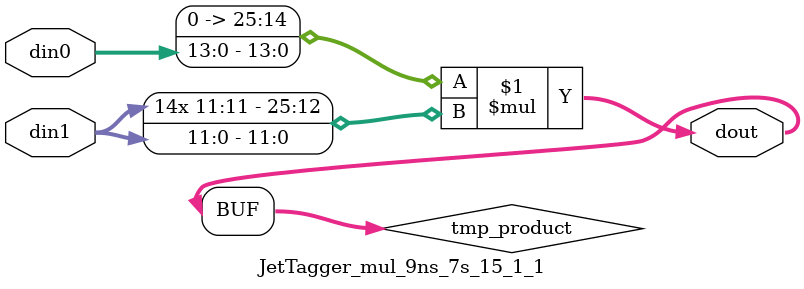
<source format=v>

`timescale 1 ns / 1 ps

  module JetTagger_mul_9ns_7s_15_1_1(din0, din1, dout);
parameter ID = 1;
parameter NUM_STAGE = 0;
parameter din0_WIDTH = 14;
parameter din1_WIDTH = 12;
parameter dout_WIDTH = 26;

input [din0_WIDTH - 1 : 0] din0; 
input [din1_WIDTH - 1 : 0] din1; 
output [dout_WIDTH - 1 : 0] dout;

wire signed [dout_WIDTH - 1 : 0] tmp_product;











assign tmp_product = $signed({1'b0, din0}) * $signed(din1);










assign dout = tmp_product;







endmodule

</source>
